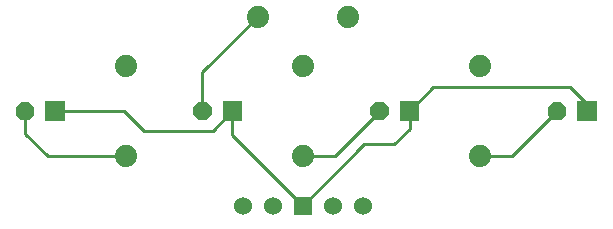
<source format=gbl>
G04 Layer: BottomLayer*
G04 EasyEDA v6.4.25, 2022-01-16T12:25:19--5:00*
G04 Gerber Generator version 0.2*
G04 Scale: 100 percent, Rotated: No, Reflected: No *
G04 Dimensions in millimeters *
G04 leading zeros omitted , absolute positions ,4 integer and 5 decimal *
%FSLAX45Y45*%
%MOMM*%

%ADD10C,0.2540*%
%ADD12C,1.8796*%
%ADD13C,1.5240*%

%LPD*%
D10*
X3899999Y-1000000D02*
G01*
X4099900Y-800100D01*
X5257800Y-800100D01*
X5399999Y-942299D01*
X5399999Y-1000000D01*
X2999999Y-1799998D02*
G01*
X3517298Y-1282700D01*
X3771900Y-1282700D01*
X3899999Y-1154600D01*
X3899999Y-1000000D01*
X2400000Y-1000000D02*
G01*
X2231600Y-1168400D01*
X1651000Y-1168400D01*
X1482600Y-1000000D01*
X900000Y-1000000D01*
X2999999Y-1799998D02*
G01*
X2400000Y-1200000D01*
X2400000Y-1000000D01*
X4500001Y-1381000D02*
G01*
X4764999Y-1381000D01*
X5145999Y-1000000D01*
X2999999Y-1381000D02*
G01*
X3264999Y-1381000D01*
X3645999Y-1000000D01*
X2146000Y-1000000D02*
G01*
X2146000Y-672998D01*
X2618999Y-199999D01*
X646000Y-1000000D02*
G01*
X646000Y-1192100D01*
X838200Y-1384300D01*
X1496700Y-1384300D01*
X1499999Y-1381000D01*
G36*
X816180Y-916180D02*
G01*
X983820Y-916180D01*
X983820Y-1083820D01*
X816180Y-1083820D01*
G37*
G36*
X723445Y-967920D02*
G01*
X678080Y-922555D01*
X613920Y-922555D01*
X568556Y-967920D01*
X568556Y-1032080D01*
X613920Y-1077445D01*
X678080Y-1077445D01*
X723445Y-1032080D01*
G37*
G36*
X2316180Y-916180D02*
G01*
X2483820Y-916180D01*
X2483820Y-1083820D01*
X2316180Y-1083820D01*
G37*
G36*
X2223444Y-967920D02*
G01*
X2178080Y-922555D01*
X2113920Y-922555D01*
X2068555Y-967920D01*
X2068555Y-1032080D01*
X2113920Y-1077445D01*
X2178080Y-1077445D01*
X2223444Y-1032080D01*
G37*
G36*
X3816179Y-916180D02*
G01*
X3983819Y-916180D01*
X3983819Y-1083820D01*
X3816179Y-1083820D01*
G37*
G36*
X3723444Y-967920D02*
G01*
X3678080Y-922555D01*
X3613919Y-922555D01*
X3568555Y-967920D01*
X3568555Y-1032080D01*
X3613919Y-1077445D01*
X3678080Y-1077445D01*
X3723444Y-1032080D01*
G37*
G36*
X5316179Y-916180D02*
G01*
X5483819Y-916180D01*
X5483819Y-1083820D01*
X5316179Y-1083820D01*
G37*
G36*
X5223443Y-967920D02*
G01*
X5178079Y-922555D01*
X5113919Y-922555D01*
X5068554Y-967920D01*
X5068554Y-1032080D01*
X5113919Y-1077445D01*
X5178079Y-1077445D01*
X5223443Y-1032080D01*
G37*
D12*
G01*
X1499999Y-1381000D03*
G01*
X1499999Y-619000D03*
G01*
X2618999Y-199999D03*
G01*
X3380999Y-199999D03*
G01*
X2999999Y-1381000D03*
G01*
X2999999Y-619000D03*
G01*
X4500001Y-1381000D03*
G01*
X4500001Y-619000D03*
D13*
G01*
X2745999Y-1799998D03*
G36*
X2923799Y-1723798D02*
G01*
X3076199Y-1723798D01*
X3076199Y-1876198D01*
X2923799Y-1876198D01*
G37*
G01*
X3253999Y-1799998D03*
G01*
X3507999Y-1799998D03*
G01*
X2491999Y-1799998D03*
M02*

</source>
